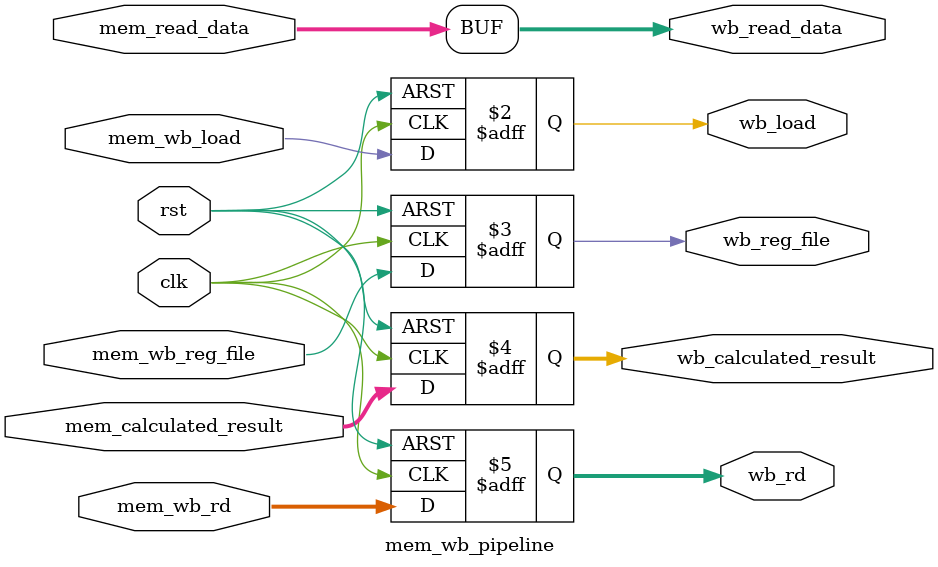
<source format=v>
module mem_wb_pipeline(
    input clk,
    input rst,
    input mem_wb_load,
    input mem_wb_reg_file,
    input [31:0] mem_read_data,
    input [31:0] mem_calculated_result,
    input [4:0] mem_wb_rd,

    output reg wb_load,
    output reg wb_reg_file,
    output [31:0] wb_read_data,
    output reg [31:0] wb_calculated_result,
    output reg [4:0] wb_rd
);

    always @(posedge clk or posedge rst) begin
        if (rst) begin
            wb_load <= 1'b0;
            wb_reg_file <= 1'b0;
            wb_calculated_result <= 32'h00000000;
            wb_rd <= 5'b00000;
        end else begin
            wb_load <= mem_wb_load;
            wb_reg_file <= mem_wb_reg_file;
            wb_calculated_result <= mem_calculated_result;
            wb_rd <= mem_wb_rd;
        end
    end

    assign wb_read_data = mem_read_data;

endmodule
</source>
